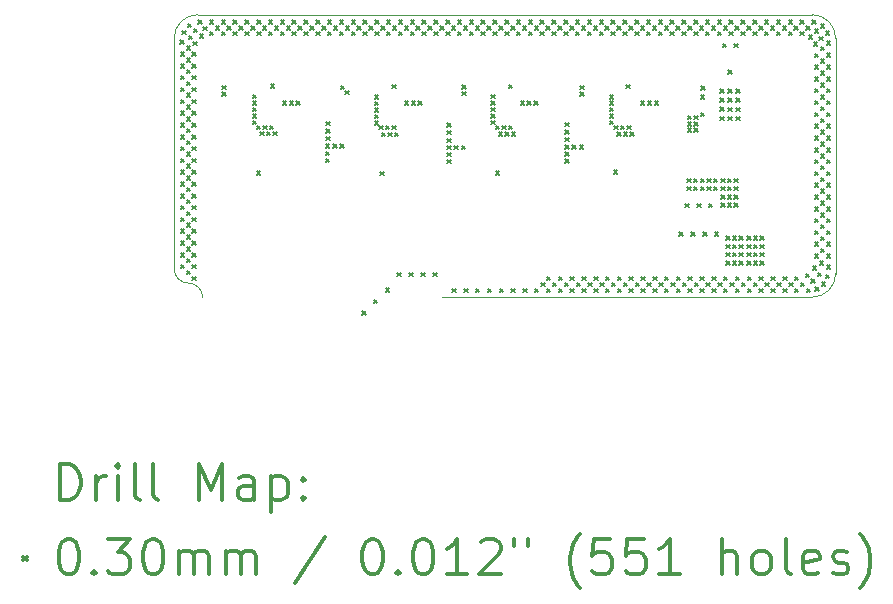
<source format=gbr>
%FSLAX45Y45*%
G04 Gerber Fmt 4.5, Leading zero omitted, Abs format (unit mm)*
G04 Created by KiCad (PCBNEW (5.1.8)-1) date 2021-09-12 16:14:28*
%MOMM*%
%LPD*%
G01*
G04 APERTURE LIST*
%TA.AperFunction,Profile*%
%ADD10C,0.050000*%
%TD*%
%ADD11C,0.200000*%
%ADD12C,0.300000*%
G04 APERTURE END LIST*
D10*
X1119933Y1120067D02*
G75*
G02*
X999867Y1240133I0J120067D01*
G01*
X1119933Y1120067D02*
G75*
G02*
X1240000Y1000000I0J-120067D01*
G01*
X999938Y3194000D02*
G75*
G02*
X1200000Y3394062I200062J0D01*
G01*
X6400000Y3394062D02*
G75*
G02*
X6600062Y3194000I0J-200062D01*
G01*
X6600000Y1200000D02*
G75*
G02*
X6399938Y999938I-200062J0D01*
G01*
X3270000Y1000000D02*
X6399938Y999938D01*
X6600062Y3194000D02*
X6600000Y1200000D01*
X6400000Y3394062D02*
X1200000Y3394062D01*
X999938Y3194000D02*
X999867Y1240133D01*
D11*
X1052000Y3175000D02*
X1082000Y3145000D01*
X1082000Y3175000D02*
X1052000Y3145000D01*
X1054000Y3074000D02*
X1084000Y3044000D01*
X1084000Y3074000D02*
X1054000Y3044000D01*
X1054000Y2974000D02*
X1084000Y2944000D01*
X1084000Y2974000D02*
X1054000Y2944000D01*
X1054000Y2874000D02*
X1084000Y2844000D01*
X1084000Y2874000D02*
X1054000Y2844000D01*
X1054000Y2774000D02*
X1084000Y2744000D01*
X1084000Y2774000D02*
X1054000Y2744000D01*
X1054000Y2674000D02*
X1084000Y2644000D01*
X1084000Y2674000D02*
X1054000Y2644000D01*
X1054000Y2574000D02*
X1084000Y2544000D01*
X1084000Y2574000D02*
X1054000Y2544000D01*
X1054000Y2474000D02*
X1084000Y2444000D01*
X1084000Y2474000D02*
X1054000Y2444000D01*
X1054000Y2374000D02*
X1084000Y2344000D01*
X1084000Y2374000D02*
X1054000Y2344000D01*
X1054000Y2274000D02*
X1084000Y2244000D01*
X1084000Y2274000D02*
X1054000Y2244000D01*
X1054000Y2174000D02*
X1084000Y2144000D01*
X1084000Y2174000D02*
X1054000Y2144000D01*
X1054000Y2074000D02*
X1084000Y2044000D01*
X1084000Y2074000D02*
X1054000Y2044000D01*
X1054000Y1974000D02*
X1084000Y1944000D01*
X1084000Y1974000D02*
X1054000Y1944000D01*
X1054000Y1874000D02*
X1084000Y1844000D01*
X1084000Y1874000D02*
X1054000Y1844000D01*
X1054000Y1774000D02*
X1084000Y1744000D01*
X1084000Y1774000D02*
X1054000Y1744000D01*
X1054000Y1674000D02*
X1084000Y1644000D01*
X1084000Y1674000D02*
X1054000Y1644000D01*
X1054000Y1574000D02*
X1084000Y1544000D01*
X1084000Y1574000D02*
X1054000Y1544000D01*
X1054000Y1474000D02*
X1084000Y1444000D01*
X1084000Y1474000D02*
X1054000Y1444000D01*
X1054000Y1374000D02*
X1084000Y1344000D01*
X1084000Y1374000D02*
X1054000Y1344000D01*
X1054000Y1274000D02*
X1084000Y1244000D01*
X1084000Y1274000D02*
X1054000Y1244000D01*
X1070000Y3255000D02*
X1100000Y3225000D01*
X1100000Y3255000D02*
X1070000Y3225000D01*
X1104000Y3126000D02*
X1134000Y3096000D01*
X1134000Y3126000D02*
X1104000Y3096000D01*
X1104000Y3026000D02*
X1134000Y2996000D01*
X1134000Y3026000D02*
X1104000Y2996000D01*
X1104000Y2926000D02*
X1134000Y2896000D01*
X1134000Y2926000D02*
X1104000Y2896000D01*
X1104000Y2826000D02*
X1134000Y2796000D01*
X1134000Y2826000D02*
X1104000Y2796000D01*
X1104000Y2726000D02*
X1134000Y2696000D01*
X1134000Y2726000D02*
X1104000Y2696000D01*
X1104000Y2626000D02*
X1134000Y2596000D01*
X1134000Y2626000D02*
X1104000Y2596000D01*
X1104000Y2526000D02*
X1134000Y2496000D01*
X1134000Y2526000D02*
X1104000Y2496000D01*
X1104000Y2426000D02*
X1134000Y2396000D01*
X1134000Y2426000D02*
X1104000Y2396000D01*
X1104000Y2326000D02*
X1134000Y2296000D01*
X1134000Y2326000D02*
X1104000Y2296000D01*
X1104000Y2226000D02*
X1134000Y2196000D01*
X1134000Y2226000D02*
X1104000Y2196000D01*
X1104000Y2126000D02*
X1134000Y2096000D01*
X1134000Y2126000D02*
X1104000Y2096000D01*
X1104000Y2026000D02*
X1134000Y1996000D01*
X1134000Y2026000D02*
X1104000Y1996000D01*
X1104000Y1926000D02*
X1134000Y1896000D01*
X1134000Y1926000D02*
X1104000Y1896000D01*
X1104000Y1826000D02*
X1134000Y1796000D01*
X1134000Y1826000D02*
X1104000Y1796000D01*
X1104000Y1726000D02*
X1134000Y1696000D01*
X1134000Y1726000D02*
X1104000Y1696000D01*
X1104000Y1626000D02*
X1134000Y1596000D01*
X1134000Y1626000D02*
X1104000Y1596000D01*
X1104000Y1526000D02*
X1134000Y1496000D01*
X1134000Y1526000D02*
X1104000Y1496000D01*
X1104000Y1426000D02*
X1134000Y1396000D01*
X1134000Y1426000D02*
X1104000Y1396000D01*
X1104000Y1326000D02*
X1134000Y1296000D01*
X1134000Y1326000D02*
X1104000Y1296000D01*
X1104000Y1224000D02*
X1134000Y1194000D01*
X1134000Y1224000D02*
X1104000Y1194000D01*
X1115000Y3317000D02*
X1145000Y3287000D01*
X1145000Y3317000D02*
X1115000Y3287000D01*
X1121000Y3214000D02*
X1151000Y3184000D01*
X1151000Y3214000D02*
X1121000Y3184000D01*
X1154000Y3074000D02*
X1184000Y3044000D01*
X1184000Y3074000D02*
X1154000Y3044000D01*
X1154000Y2974000D02*
X1184000Y2944000D01*
X1184000Y2974000D02*
X1154000Y2944000D01*
X1154000Y2874000D02*
X1184000Y2844000D01*
X1184000Y2874000D02*
X1154000Y2844000D01*
X1154000Y2774000D02*
X1184000Y2744000D01*
X1184000Y2774000D02*
X1154000Y2744000D01*
X1154000Y2674000D02*
X1184000Y2644000D01*
X1184000Y2674000D02*
X1154000Y2644000D01*
X1154000Y2574000D02*
X1184000Y2544000D01*
X1184000Y2574000D02*
X1154000Y2544000D01*
X1154000Y2474000D02*
X1184000Y2444000D01*
X1184000Y2474000D02*
X1154000Y2444000D01*
X1154000Y2374000D02*
X1184000Y2344000D01*
X1184000Y2374000D02*
X1154000Y2344000D01*
X1154000Y2274000D02*
X1184000Y2244000D01*
X1184000Y2274000D02*
X1154000Y2244000D01*
X1154000Y2174000D02*
X1184000Y2144000D01*
X1184000Y2174000D02*
X1154000Y2144000D01*
X1154000Y2074000D02*
X1184000Y2044000D01*
X1184000Y2074000D02*
X1154000Y2044000D01*
X1154000Y1974000D02*
X1184000Y1944000D01*
X1184000Y1974000D02*
X1154000Y1944000D01*
X1154000Y1874000D02*
X1184000Y1844000D01*
X1184000Y1874000D02*
X1154000Y1844000D01*
X1154000Y1774000D02*
X1184000Y1744000D01*
X1184000Y1774000D02*
X1154000Y1744000D01*
X1154000Y1674000D02*
X1184000Y1644000D01*
X1184000Y1674000D02*
X1154000Y1644000D01*
X1154000Y1574000D02*
X1184000Y1544000D01*
X1184000Y1574000D02*
X1154000Y1544000D01*
X1154000Y1474000D02*
X1184000Y1444000D01*
X1184000Y1474000D02*
X1154000Y1444000D01*
X1154000Y1374000D02*
X1184000Y1344000D01*
X1184000Y1374000D02*
X1154000Y1344000D01*
X1154000Y1274000D02*
X1184000Y1244000D01*
X1184000Y1274000D02*
X1154000Y1244000D01*
X1154000Y1174000D02*
X1184000Y1144000D01*
X1184000Y1174000D02*
X1154000Y1144000D01*
X1163000Y3162000D02*
X1193000Y3132000D01*
X1193000Y3162000D02*
X1163000Y3132000D01*
X1165000Y3272000D02*
X1195000Y3242000D01*
X1195000Y3272000D02*
X1165000Y3242000D01*
X1201000Y3347000D02*
X1231000Y3317000D01*
X1231000Y3347000D02*
X1201000Y3317000D01*
X1214000Y3228000D02*
X1244000Y3198000D01*
X1244000Y3228000D02*
X1214000Y3198000D01*
X1244000Y3292000D02*
X1274000Y3262000D01*
X1274000Y3292000D02*
X1244000Y3262000D01*
X1301000Y3347000D02*
X1331000Y3317000D01*
X1331000Y3347000D02*
X1301000Y3317000D01*
X1301000Y3247000D02*
X1331000Y3217000D01*
X1331000Y3247000D02*
X1301000Y3217000D01*
X1351000Y3297000D02*
X1381000Y3267000D01*
X1381000Y3297000D02*
X1351000Y3267000D01*
X1401000Y3347000D02*
X1431000Y3317000D01*
X1431000Y3347000D02*
X1401000Y3317000D01*
X1401000Y3247000D02*
X1431000Y3217000D01*
X1431000Y3247000D02*
X1401000Y3217000D01*
X1406000Y2791000D02*
X1436000Y2761000D01*
X1436000Y2791000D02*
X1406000Y2761000D01*
X1406000Y2734000D02*
X1436000Y2704000D01*
X1436000Y2734000D02*
X1406000Y2704000D01*
X1451000Y3297000D02*
X1481000Y3267000D01*
X1481000Y3297000D02*
X1451000Y3267000D01*
X1501000Y3347000D02*
X1531000Y3317000D01*
X1531000Y3347000D02*
X1501000Y3317000D01*
X1501000Y3247000D02*
X1531000Y3217000D01*
X1531000Y3247000D02*
X1501000Y3217000D01*
X1551000Y3297000D02*
X1581000Y3267000D01*
X1581000Y3297000D02*
X1551000Y3267000D01*
X1601000Y3347000D02*
X1631000Y3317000D01*
X1631000Y3347000D02*
X1601000Y3317000D01*
X1601000Y3247000D02*
X1631000Y3217000D01*
X1631000Y3247000D02*
X1601000Y3217000D01*
X1651000Y3297000D02*
X1681000Y3267000D01*
X1681000Y3297000D02*
X1651000Y3267000D01*
X1663000Y2714000D02*
X1693000Y2684000D01*
X1693000Y2714000D02*
X1663000Y2684000D01*
X1663000Y2659000D02*
X1693000Y2629000D01*
X1693000Y2659000D02*
X1663000Y2629000D01*
X1663000Y2604000D02*
X1693000Y2574000D01*
X1693000Y2604000D02*
X1663000Y2574000D01*
X1663000Y2549000D02*
X1693000Y2519000D01*
X1693000Y2549000D02*
X1663000Y2519000D01*
X1663000Y2494000D02*
X1693000Y2464000D01*
X1693000Y2494000D02*
X1663000Y2464000D01*
X1698000Y2068000D02*
X1728000Y2038000D01*
X1728000Y2068000D02*
X1698000Y2038000D01*
X1699000Y2453000D02*
X1729000Y2423000D01*
X1729000Y2453000D02*
X1699000Y2423000D01*
X1701000Y3347000D02*
X1731000Y3317000D01*
X1731000Y3347000D02*
X1701000Y3317000D01*
X1701000Y3247000D02*
X1731000Y3217000D01*
X1731000Y3247000D02*
X1701000Y3217000D01*
X1727000Y2400000D02*
X1757000Y2370000D01*
X1757000Y2400000D02*
X1727000Y2370000D01*
X1751000Y3297000D02*
X1781000Y3267000D01*
X1781000Y3297000D02*
X1751000Y3267000D01*
X1754000Y2453000D02*
X1784000Y2423000D01*
X1784000Y2453000D02*
X1754000Y2423000D01*
X1782000Y2400000D02*
X1812000Y2370000D01*
X1812000Y2400000D02*
X1782000Y2370000D01*
X1801000Y3347000D02*
X1831000Y3317000D01*
X1831000Y3347000D02*
X1801000Y3317000D01*
X1801000Y3247000D02*
X1831000Y3217000D01*
X1831000Y3247000D02*
X1801000Y3217000D01*
X1809000Y2453000D02*
X1839000Y2423000D01*
X1839000Y2453000D02*
X1809000Y2423000D01*
X1816000Y2805000D02*
X1846000Y2775000D01*
X1846000Y2805000D02*
X1816000Y2775000D01*
X1837000Y2400000D02*
X1867000Y2370000D01*
X1867000Y2400000D02*
X1837000Y2370000D01*
X1851000Y3297000D02*
X1881000Y3267000D01*
X1881000Y3297000D02*
X1851000Y3267000D01*
X1901000Y3347000D02*
X1931000Y3317000D01*
X1931000Y3347000D02*
X1901000Y3317000D01*
X1901000Y3247000D02*
X1931000Y3217000D01*
X1931000Y3247000D02*
X1901000Y3217000D01*
X1920000Y2662000D02*
X1950000Y2632000D01*
X1950000Y2662000D02*
X1920000Y2632000D01*
X1951000Y3297000D02*
X1981000Y3267000D01*
X1981000Y3297000D02*
X1951000Y3267000D01*
X1977000Y2662000D02*
X2007000Y2632000D01*
X2007000Y2662000D02*
X1977000Y2632000D01*
X2001000Y3347000D02*
X2031000Y3317000D01*
X2031000Y3347000D02*
X2001000Y3317000D01*
X2001000Y3247000D02*
X2031000Y3217000D01*
X2031000Y3247000D02*
X2001000Y3217000D01*
X2034000Y2662000D02*
X2064000Y2632000D01*
X2064000Y2662000D02*
X2034000Y2632000D01*
X2051000Y3297000D02*
X2081000Y3267000D01*
X2081000Y3297000D02*
X2051000Y3267000D01*
X2101000Y3347000D02*
X2131000Y3317000D01*
X2131000Y3347000D02*
X2101000Y3317000D01*
X2101000Y3247000D02*
X2131000Y3217000D01*
X2131000Y3247000D02*
X2101000Y3217000D01*
X2151000Y3297000D02*
X2181000Y3267000D01*
X2181000Y3297000D02*
X2151000Y3267000D01*
X2201000Y3347000D02*
X2231000Y3317000D01*
X2231000Y3347000D02*
X2201000Y3317000D01*
X2201000Y3247000D02*
X2231000Y3217000D01*
X2231000Y3247000D02*
X2201000Y3217000D01*
X2251000Y3297000D02*
X2281000Y3267000D01*
X2281000Y3297000D02*
X2251000Y3267000D01*
X2284000Y2294000D02*
X2314000Y2264000D01*
X2314000Y2294000D02*
X2284000Y2264000D01*
X2284000Y2234000D02*
X2314000Y2204000D01*
X2314000Y2234000D02*
X2284000Y2204000D01*
X2284000Y2174000D02*
X2314000Y2144000D01*
X2314000Y2174000D02*
X2284000Y2144000D01*
X2285000Y2488000D02*
X2315000Y2458000D01*
X2315000Y2488000D02*
X2285000Y2458000D01*
X2285000Y2488000D02*
X2315000Y2458000D01*
X2315000Y2488000D02*
X2285000Y2458000D01*
X2285000Y2424000D02*
X2315000Y2394000D01*
X2315000Y2424000D02*
X2285000Y2394000D01*
X2285000Y2424000D02*
X2315000Y2394000D01*
X2315000Y2424000D02*
X2285000Y2394000D01*
X2285000Y2359000D02*
X2315000Y2329000D01*
X2315000Y2359000D02*
X2285000Y2329000D01*
X2285000Y2359000D02*
X2315000Y2329000D01*
X2315000Y2359000D02*
X2285000Y2329000D01*
X2301000Y3347000D02*
X2331000Y3317000D01*
X2331000Y3347000D02*
X2301000Y3317000D01*
X2301000Y3247000D02*
X2331000Y3217000D01*
X2331000Y3247000D02*
X2301000Y3217000D01*
X2344000Y2294000D02*
X2374000Y2264000D01*
X2374000Y2294000D02*
X2344000Y2264000D01*
X2351000Y3297000D02*
X2381000Y3267000D01*
X2381000Y3297000D02*
X2351000Y3267000D01*
X2401000Y3347000D02*
X2431000Y3317000D01*
X2431000Y3347000D02*
X2401000Y3317000D01*
X2401000Y3247000D02*
X2431000Y3217000D01*
X2431000Y3247000D02*
X2401000Y3217000D01*
X2405000Y2294000D02*
X2435000Y2264000D01*
X2435000Y2294000D02*
X2405000Y2264000D01*
X2408500Y2790500D02*
X2438500Y2760500D01*
X2438500Y2790500D02*
X2408500Y2760500D01*
X2448500Y2750500D02*
X2478500Y2720500D01*
X2478500Y2750500D02*
X2448500Y2720500D01*
X2451000Y3297000D02*
X2481000Y3267000D01*
X2481000Y3297000D02*
X2451000Y3267000D01*
X2501000Y3347000D02*
X2531000Y3317000D01*
X2531000Y3347000D02*
X2501000Y3317000D01*
X2501000Y3247000D02*
X2531000Y3217000D01*
X2531000Y3247000D02*
X2501000Y3217000D01*
X2551000Y3297000D02*
X2581000Y3267000D01*
X2581000Y3297000D02*
X2551000Y3267000D01*
X2590000Y884000D02*
X2620000Y854000D01*
X2620000Y884000D02*
X2590000Y854000D01*
X2601000Y3347000D02*
X2631000Y3317000D01*
X2631000Y3347000D02*
X2601000Y3317000D01*
X2601000Y3247000D02*
X2631000Y3217000D01*
X2631000Y3247000D02*
X2601000Y3217000D01*
X2651000Y3297000D02*
X2681000Y3267000D01*
X2681000Y3297000D02*
X2651000Y3267000D01*
X2690000Y978000D02*
X2720000Y948000D01*
X2720000Y978000D02*
X2690000Y948000D01*
X2698000Y2712000D02*
X2728000Y2682000D01*
X2728000Y2712000D02*
X2698000Y2682000D01*
X2698000Y2657000D02*
X2728000Y2627000D01*
X2728000Y2657000D02*
X2698000Y2627000D01*
X2698000Y2602000D02*
X2728000Y2572000D01*
X2728000Y2602000D02*
X2698000Y2572000D01*
X2698000Y2492000D02*
X2728000Y2462000D01*
X2728000Y2492000D02*
X2698000Y2462000D01*
X2698000Y2547000D02*
X2728000Y2517000D01*
X2728000Y2547000D02*
X2698000Y2517000D01*
X2701000Y3347000D02*
X2731000Y3317000D01*
X2731000Y3347000D02*
X2701000Y3317000D01*
X2701000Y3247000D02*
X2731000Y3217000D01*
X2731000Y3247000D02*
X2701000Y3217000D01*
X2734000Y2451000D02*
X2764000Y2421000D01*
X2764000Y2451000D02*
X2734000Y2421000D01*
X2743000Y2062000D02*
X2773000Y2032000D01*
X2773000Y2062000D02*
X2743000Y2032000D01*
X2751000Y3297000D02*
X2781000Y3267000D01*
X2781000Y3297000D02*
X2751000Y3267000D01*
X2758000Y2395000D02*
X2788000Y2365000D01*
X2788000Y2395000D02*
X2758000Y2365000D01*
X2789000Y2451000D02*
X2819000Y2421000D01*
X2819000Y2451000D02*
X2789000Y2421000D01*
X2789333Y1076000D02*
X2819333Y1046000D01*
X2819333Y1076000D02*
X2789333Y1046000D01*
X2801000Y3347000D02*
X2831000Y3317000D01*
X2831000Y3347000D02*
X2801000Y3317000D01*
X2801000Y3247000D02*
X2831000Y3217000D01*
X2831000Y3247000D02*
X2801000Y3217000D01*
X2813000Y2395000D02*
X2843000Y2365000D01*
X2843000Y2395000D02*
X2813000Y2365000D01*
X2844000Y2451000D02*
X2874000Y2421000D01*
X2874000Y2451000D02*
X2844000Y2421000D01*
X2846000Y2800000D02*
X2876000Y2770000D01*
X2876000Y2800000D02*
X2846000Y2770000D01*
X2851000Y3297000D02*
X2881000Y3267000D01*
X2881000Y3297000D02*
X2851000Y3267000D01*
X2868000Y2395000D02*
X2898000Y2365000D01*
X2898000Y2395000D02*
X2868000Y2365000D01*
X2889500Y1209500D02*
X2919500Y1179500D01*
X2919500Y1209500D02*
X2889500Y1179500D01*
X2901000Y3347000D02*
X2931000Y3317000D01*
X2931000Y3347000D02*
X2901000Y3317000D01*
X2901000Y3247000D02*
X2931000Y3217000D01*
X2931000Y3247000D02*
X2901000Y3217000D01*
X2951000Y3297000D02*
X2981000Y3267000D01*
X2981000Y3297000D02*
X2951000Y3267000D01*
X2952000Y2660000D02*
X2982000Y2630000D01*
X2982000Y2660000D02*
X2952000Y2630000D01*
X2989666Y1209500D02*
X3019666Y1179500D01*
X3019666Y1209500D02*
X2989666Y1179500D01*
X3001000Y3347000D02*
X3031000Y3317000D01*
X3031000Y3347000D02*
X3001000Y3317000D01*
X3001000Y3247000D02*
X3031000Y3217000D01*
X3031000Y3247000D02*
X3001000Y3217000D01*
X3009000Y2660000D02*
X3039000Y2630000D01*
X3039000Y2660000D02*
X3009000Y2630000D01*
X3051000Y3297000D02*
X3081000Y3267000D01*
X3081000Y3297000D02*
X3051000Y3267000D01*
X3066000Y2660000D02*
X3096000Y2630000D01*
X3096000Y2660000D02*
X3066000Y2630000D01*
X3089833Y1209500D02*
X3119833Y1179500D01*
X3119833Y1209500D02*
X3089833Y1179500D01*
X3101000Y3347000D02*
X3131000Y3317000D01*
X3131000Y3347000D02*
X3101000Y3317000D01*
X3101000Y3247000D02*
X3131000Y3217000D01*
X3131000Y3247000D02*
X3101000Y3217000D01*
X3151000Y3297000D02*
X3181000Y3267000D01*
X3181000Y3297000D02*
X3151000Y3267000D01*
X3191000Y1209500D02*
X3221000Y1179500D01*
X3221000Y1209500D02*
X3191000Y1179500D01*
X3201000Y3347000D02*
X3231000Y3317000D01*
X3231000Y3347000D02*
X3201000Y3317000D01*
X3201000Y3247000D02*
X3231000Y3217000D01*
X3231000Y3247000D02*
X3201000Y3217000D01*
X3251000Y3297000D02*
X3281000Y3267000D01*
X3281000Y3297000D02*
X3251000Y3267000D01*
X3301000Y3347000D02*
X3331000Y3317000D01*
X3331000Y3347000D02*
X3301000Y3317000D01*
X3301000Y3247000D02*
X3331000Y3217000D01*
X3331000Y3247000D02*
X3301000Y3217000D01*
X3311000Y2473000D02*
X3341000Y2443000D01*
X3341000Y2473000D02*
X3311000Y2443000D01*
X3311000Y2409000D02*
X3341000Y2379000D01*
X3341000Y2409000D02*
X3311000Y2379000D01*
X3311000Y2344000D02*
X3341000Y2314000D01*
X3341000Y2344000D02*
X3311000Y2314000D01*
X3312000Y2285000D02*
X3342000Y2255000D01*
X3342000Y2285000D02*
X3312000Y2255000D01*
X3312000Y2225000D02*
X3342000Y2195000D01*
X3342000Y2225000D02*
X3312000Y2195000D01*
X3312000Y2165000D02*
X3342000Y2135000D01*
X3342000Y2165000D02*
X3312000Y2135000D01*
X3351000Y3297000D02*
X3381000Y3267000D01*
X3381000Y3297000D02*
X3351000Y3267000D01*
X3354000Y1074000D02*
X3384000Y1044000D01*
X3384000Y1074000D02*
X3354000Y1044000D01*
X3372000Y2285000D02*
X3402000Y2255000D01*
X3402000Y2285000D02*
X3372000Y2255000D01*
X3401000Y3347000D02*
X3431000Y3317000D01*
X3431000Y3347000D02*
X3401000Y3317000D01*
X3401000Y3247000D02*
X3431000Y3217000D01*
X3431000Y3247000D02*
X3401000Y3217000D01*
X3433000Y2285000D02*
X3463000Y2255000D01*
X3463000Y2285000D02*
X3433000Y2255000D01*
X3439000Y2742000D02*
X3469000Y2712000D01*
X3469000Y2742000D02*
X3439000Y2712000D01*
X3439000Y2795000D02*
X3469000Y2765000D01*
X3469000Y2795000D02*
X3439000Y2765000D01*
X3451000Y3297000D02*
X3481000Y3267000D01*
X3481000Y3297000D02*
X3451000Y3267000D01*
X3454000Y1074000D02*
X3484000Y1044000D01*
X3484000Y1074000D02*
X3454000Y1044000D01*
X3501000Y3347000D02*
X3531000Y3317000D01*
X3531000Y3347000D02*
X3501000Y3317000D01*
X3501000Y3247000D02*
X3531000Y3217000D01*
X3531000Y3247000D02*
X3501000Y3217000D01*
X3551000Y3297000D02*
X3581000Y3267000D01*
X3581000Y3297000D02*
X3551000Y3267000D01*
X3554000Y1074000D02*
X3584000Y1044000D01*
X3584000Y1074000D02*
X3554000Y1044000D01*
X3601000Y3347000D02*
X3631000Y3317000D01*
X3631000Y3347000D02*
X3601000Y3317000D01*
X3601000Y3247000D02*
X3631000Y3217000D01*
X3631000Y3247000D02*
X3601000Y3217000D01*
X3651000Y3297000D02*
X3681000Y3267000D01*
X3681000Y3297000D02*
X3651000Y3267000D01*
X3654000Y1074000D02*
X3684000Y1044000D01*
X3684000Y1074000D02*
X3654000Y1044000D01*
X3686000Y2714000D02*
X3716000Y2684000D01*
X3716000Y2714000D02*
X3686000Y2684000D01*
X3686000Y2659000D02*
X3716000Y2629000D01*
X3716000Y2659000D02*
X3686000Y2629000D01*
X3686000Y2549000D02*
X3716000Y2519000D01*
X3716000Y2549000D02*
X3686000Y2519000D01*
X3686000Y2494000D02*
X3716000Y2464000D01*
X3716000Y2494000D02*
X3686000Y2464000D01*
X3686000Y2604000D02*
X3716000Y2574000D01*
X3716000Y2604000D02*
X3686000Y2574000D01*
X3701000Y3347000D02*
X3731000Y3317000D01*
X3731000Y3347000D02*
X3701000Y3317000D01*
X3701000Y3247000D02*
X3731000Y3217000D01*
X3731000Y3247000D02*
X3701000Y3217000D01*
X3722000Y2453000D02*
X3752000Y2423000D01*
X3752000Y2453000D02*
X3722000Y2423000D01*
X3723000Y2068000D02*
X3753000Y2038000D01*
X3753000Y2068000D02*
X3723000Y2038000D01*
X3748000Y2399000D02*
X3778000Y2369000D01*
X3778000Y2399000D02*
X3748000Y2369000D01*
X3751000Y3297000D02*
X3781000Y3267000D01*
X3781000Y3297000D02*
X3751000Y3267000D01*
X3754000Y1074000D02*
X3784000Y1044000D01*
X3784000Y1074000D02*
X3754000Y1044000D01*
X3777000Y2453000D02*
X3807000Y2423000D01*
X3807000Y2453000D02*
X3777000Y2423000D01*
X3801000Y3347000D02*
X3831000Y3317000D01*
X3831000Y3347000D02*
X3801000Y3317000D01*
X3801000Y3247000D02*
X3831000Y3217000D01*
X3831000Y3247000D02*
X3801000Y3217000D01*
X3803000Y2399000D02*
X3833000Y2369000D01*
X3833000Y2399000D02*
X3803000Y2369000D01*
X3831000Y2801000D02*
X3861000Y2771000D01*
X3861000Y2801000D02*
X3831000Y2771000D01*
X3832000Y2453000D02*
X3862000Y2423000D01*
X3862000Y2453000D02*
X3832000Y2423000D01*
X3851000Y3297000D02*
X3881000Y3267000D01*
X3881000Y3297000D02*
X3851000Y3267000D01*
X3854000Y1074000D02*
X3884000Y1044000D01*
X3884000Y1074000D02*
X3854000Y1044000D01*
X3858000Y2399000D02*
X3888000Y2369000D01*
X3888000Y2399000D02*
X3858000Y2369000D01*
X3901000Y3347000D02*
X3931000Y3317000D01*
X3931000Y3347000D02*
X3901000Y3317000D01*
X3901000Y3247000D02*
X3931000Y3217000D01*
X3931000Y3247000D02*
X3901000Y3217000D01*
X3934000Y2658000D02*
X3964000Y2628000D01*
X3964000Y2658000D02*
X3934000Y2628000D01*
X3951000Y3297000D02*
X3981000Y3267000D01*
X3981000Y3297000D02*
X3951000Y3267000D01*
X3954000Y1074000D02*
X3984000Y1044000D01*
X3984000Y1074000D02*
X3954000Y1044000D01*
X3991000Y2658000D02*
X4021000Y2628000D01*
X4021000Y2658000D02*
X3991000Y2628000D01*
X4001000Y3347000D02*
X4031000Y3317000D01*
X4031000Y3347000D02*
X4001000Y3317000D01*
X4001000Y3247000D02*
X4031000Y3217000D01*
X4031000Y3247000D02*
X4001000Y3217000D01*
X4048000Y2658000D02*
X4078000Y2628000D01*
X4078000Y2658000D02*
X4048000Y2628000D01*
X4051000Y3297000D02*
X4081000Y3267000D01*
X4081000Y3297000D02*
X4051000Y3267000D01*
X4054000Y1074000D02*
X4084000Y1044000D01*
X4084000Y1074000D02*
X4054000Y1044000D01*
X4101000Y3347000D02*
X4131000Y3317000D01*
X4131000Y3347000D02*
X4101000Y3317000D01*
X4101000Y3247000D02*
X4131000Y3217000D01*
X4131000Y3247000D02*
X4101000Y3217000D01*
X4106000Y1123000D02*
X4136000Y1093000D01*
X4136000Y1123000D02*
X4106000Y1093000D01*
X4151000Y3297000D02*
X4181000Y3267000D01*
X4181000Y3297000D02*
X4151000Y3267000D01*
X4154000Y1174000D02*
X4184000Y1144000D01*
X4184000Y1174000D02*
X4154000Y1144000D01*
X4154000Y1074000D02*
X4184000Y1044000D01*
X4184000Y1074000D02*
X4154000Y1044000D01*
X4201000Y3347000D02*
X4231000Y3317000D01*
X4231000Y3347000D02*
X4201000Y3317000D01*
X4201000Y3247000D02*
X4231000Y3217000D01*
X4231000Y3247000D02*
X4201000Y3217000D01*
X4206000Y1123000D02*
X4236000Y1093000D01*
X4236000Y1123000D02*
X4206000Y1093000D01*
X4251000Y3297000D02*
X4281000Y3267000D01*
X4281000Y3297000D02*
X4251000Y3267000D01*
X4254000Y1174000D02*
X4284000Y1144000D01*
X4284000Y1174000D02*
X4254000Y1144000D01*
X4254000Y1074000D02*
X4284000Y1044000D01*
X4284000Y1074000D02*
X4254000Y1044000D01*
X4301000Y3347000D02*
X4331000Y3317000D01*
X4331000Y3347000D02*
X4301000Y3317000D01*
X4301000Y3247000D02*
X4331000Y3217000D01*
X4331000Y3247000D02*
X4301000Y3217000D01*
X4306000Y1123000D02*
X4336000Y1093000D01*
X4336000Y1123000D02*
X4306000Y1093000D01*
X4311000Y2478000D02*
X4341000Y2448000D01*
X4341000Y2478000D02*
X4311000Y2448000D01*
X4311000Y2414000D02*
X4341000Y2384000D01*
X4341000Y2414000D02*
X4311000Y2384000D01*
X4311000Y2349000D02*
X4341000Y2319000D01*
X4341000Y2349000D02*
X4311000Y2319000D01*
X4311000Y2288000D02*
X4341000Y2258000D01*
X4341000Y2288000D02*
X4311000Y2258000D01*
X4311000Y2228000D02*
X4341000Y2198000D01*
X4341000Y2228000D02*
X4311000Y2198000D01*
X4311000Y2168000D02*
X4341000Y2138000D01*
X4341000Y2168000D02*
X4311000Y2138000D01*
X4351000Y3297000D02*
X4381000Y3267000D01*
X4381000Y3297000D02*
X4351000Y3267000D01*
X4354000Y1174000D02*
X4384000Y1144000D01*
X4384000Y1174000D02*
X4354000Y1144000D01*
X4354000Y1074000D02*
X4384000Y1044000D01*
X4384000Y1074000D02*
X4354000Y1044000D01*
X4371000Y2288000D02*
X4401000Y2258000D01*
X4401000Y2288000D02*
X4371000Y2258000D01*
X4401000Y3347000D02*
X4431000Y3317000D01*
X4431000Y3347000D02*
X4401000Y3317000D01*
X4401000Y3247000D02*
X4431000Y3217000D01*
X4431000Y3247000D02*
X4401000Y3217000D01*
X4406000Y1123000D02*
X4436000Y1093000D01*
X4436000Y1123000D02*
X4406000Y1093000D01*
X4432000Y2288000D02*
X4462000Y2258000D01*
X4462000Y2288000D02*
X4432000Y2258000D01*
X4436000Y2790000D02*
X4466000Y2760000D01*
X4466000Y2790000D02*
X4436000Y2760000D01*
X4436000Y2738000D02*
X4466000Y2708000D01*
X4466000Y2738000D02*
X4436000Y2708000D01*
X4451000Y3297000D02*
X4481000Y3267000D01*
X4481000Y3297000D02*
X4451000Y3267000D01*
X4454000Y1174000D02*
X4484000Y1144000D01*
X4484000Y1174000D02*
X4454000Y1144000D01*
X4454000Y1074000D02*
X4484000Y1044000D01*
X4484000Y1074000D02*
X4454000Y1044000D01*
X4501000Y3347000D02*
X4531000Y3317000D01*
X4531000Y3347000D02*
X4501000Y3317000D01*
X4501000Y3247000D02*
X4531000Y3217000D01*
X4531000Y3247000D02*
X4501000Y3217000D01*
X4506000Y1123000D02*
X4536000Y1093000D01*
X4536000Y1123000D02*
X4506000Y1093000D01*
X4551000Y3297000D02*
X4581000Y3267000D01*
X4581000Y3297000D02*
X4551000Y3267000D01*
X4554000Y1174000D02*
X4584000Y1144000D01*
X4584000Y1174000D02*
X4554000Y1144000D01*
X4554000Y1074000D02*
X4584000Y1044000D01*
X4584000Y1074000D02*
X4554000Y1044000D01*
X4601000Y3347000D02*
X4631000Y3317000D01*
X4631000Y3347000D02*
X4601000Y3317000D01*
X4601000Y3247000D02*
X4631000Y3217000D01*
X4631000Y3247000D02*
X4601000Y3217000D01*
X4606000Y1123000D02*
X4636000Y1093000D01*
X4636000Y1123000D02*
X4606000Y1093000D01*
X4651000Y3297000D02*
X4681000Y3267000D01*
X4681000Y3297000D02*
X4651000Y3267000D01*
X4654000Y1174000D02*
X4684000Y1144000D01*
X4684000Y1174000D02*
X4654000Y1144000D01*
X4654000Y1074000D02*
X4684000Y1044000D01*
X4684000Y1074000D02*
X4654000Y1044000D01*
X4689000Y2713000D02*
X4719000Y2683000D01*
X4719000Y2713000D02*
X4689000Y2683000D01*
X4689000Y2658000D02*
X4719000Y2628000D01*
X4719000Y2658000D02*
X4689000Y2628000D01*
X4689000Y2493000D02*
X4719000Y2463000D01*
X4719000Y2493000D02*
X4689000Y2463000D01*
X4689000Y2603000D02*
X4719000Y2573000D01*
X4719000Y2603000D02*
X4689000Y2573000D01*
X4689000Y2548000D02*
X4719000Y2518000D01*
X4719000Y2548000D02*
X4689000Y2518000D01*
X4701000Y3347000D02*
X4731000Y3317000D01*
X4731000Y3347000D02*
X4701000Y3317000D01*
X4701000Y3247000D02*
X4731000Y3217000D01*
X4731000Y3247000D02*
X4701000Y3217000D01*
X4706000Y1123000D02*
X4736000Y1093000D01*
X4736000Y1123000D02*
X4706000Y1093000D01*
X4723000Y2074000D02*
X4753000Y2044000D01*
X4753000Y2074000D02*
X4723000Y2044000D01*
X4725000Y2452000D02*
X4755000Y2422000D01*
X4755000Y2452000D02*
X4725000Y2422000D01*
X4750000Y2398000D02*
X4780000Y2368000D01*
X4780000Y2398000D02*
X4750000Y2368000D01*
X4751000Y3297000D02*
X4781000Y3267000D01*
X4781000Y3297000D02*
X4751000Y3267000D01*
X4754000Y1174000D02*
X4784000Y1144000D01*
X4784000Y1174000D02*
X4754000Y1144000D01*
X4754000Y1074000D02*
X4784000Y1044000D01*
X4784000Y1074000D02*
X4754000Y1044000D01*
X4780000Y2452000D02*
X4810000Y2422000D01*
X4810000Y2452000D02*
X4780000Y2422000D01*
X4801000Y3347000D02*
X4831000Y3317000D01*
X4831000Y3347000D02*
X4801000Y3317000D01*
X4801000Y3247000D02*
X4831000Y3217000D01*
X4831000Y3247000D02*
X4801000Y3217000D01*
X4805000Y2398000D02*
X4835000Y2368000D01*
X4835000Y2398000D02*
X4805000Y2368000D01*
X4806000Y1123000D02*
X4836000Y1093000D01*
X4836000Y1123000D02*
X4806000Y1093000D01*
X4826000Y2801000D02*
X4856000Y2771000D01*
X4856000Y2801000D02*
X4826000Y2771000D01*
X4835000Y2452000D02*
X4865000Y2422000D01*
X4865000Y2452000D02*
X4835000Y2422000D01*
X4851000Y3297000D02*
X4881000Y3267000D01*
X4881000Y3297000D02*
X4851000Y3267000D01*
X4854000Y1174000D02*
X4884000Y1144000D01*
X4884000Y1174000D02*
X4854000Y1144000D01*
X4854000Y1074000D02*
X4884000Y1044000D01*
X4884000Y1074000D02*
X4854000Y1044000D01*
X4860000Y2398000D02*
X4890000Y2368000D01*
X4890000Y2398000D02*
X4860000Y2368000D01*
X4901000Y3347000D02*
X4931000Y3317000D01*
X4931000Y3347000D02*
X4901000Y3317000D01*
X4901000Y3247000D02*
X4931000Y3217000D01*
X4931000Y3247000D02*
X4901000Y3217000D01*
X4906000Y1123000D02*
X4936000Y1093000D01*
X4936000Y1123000D02*
X4906000Y1093000D01*
X4951000Y3297000D02*
X4981000Y3267000D01*
X4981000Y3297000D02*
X4951000Y3267000D01*
X4951000Y2658000D02*
X4981000Y2628000D01*
X4981000Y2658000D02*
X4951000Y2628000D01*
X4954000Y1174000D02*
X4984000Y1144000D01*
X4984000Y1174000D02*
X4954000Y1144000D01*
X4954000Y1074000D02*
X4984000Y1044000D01*
X4984000Y1074000D02*
X4954000Y1044000D01*
X5001000Y3347000D02*
X5031000Y3317000D01*
X5031000Y3347000D02*
X5001000Y3317000D01*
X5001000Y3247000D02*
X5031000Y3217000D01*
X5031000Y3247000D02*
X5001000Y3217000D01*
X5006000Y1123000D02*
X5036000Y1093000D01*
X5036000Y1123000D02*
X5006000Y1093000D01*
X5009000Y2658000D02*
X5039000Y2628000D01*
X5039000Y2658000D02*
X5009000Y2628000D01*
X5051000Y3297000D02*
X5081000Y3267000D01*
X5081000Y3297000D02*
X5051000Y3267000D01*
X5054000Y1174000D02*
X5084000Y1144000D01*
X5084000Y1174000D02*
X5054000Y1144000D01*
X5054000Y1074000D02*
X5084000Y1044000D01*
X5084000Y1074000D02*
X5054000Y1044000D01*
X5067000Y2658000D02*
X5097000Y2628000D01*
X5097000Y2658000D02*
X5067000Y2628000D01*
X5101000Y3347000D02*
X5131000Y3317000D01*
X5131000Y3347000D02*
X5101000Y3317000D01*
X5101000Y3247000D02*
X5131000Y3217000D01*
X5131000Y3247000D02*
X5101000Y3217000D01*
X5106000Y1123000D02*
X5136000Y1093000D01*
X5136000Y1123000D02*
X5106000Y1093000D01*
X5151000Y3297000D02*
X5181000Y3267000D01*
X5181000Y3297000D02*
X5151000Y3267000D01*
X5154000Y1174000D02*
X5184000Y1144000D01*
X5184000Y1174000D02*
X5154000Y1144000D01*
X5154000Y1074000D02*
X5184000Y1044000D01*
X5184000Y1074000D02*
X5154000Y1044000D01*
X5201000Y3347000D02*
X5231000Y3317000D01*
X5231000Y3347000D02*
X5201000Y3317000D01*
X5201000Y3247000D02*
X5231000Y3217000D01*
X5231000Y3247000D02*
X5201000Y3217000D01*
X5206000Y1123000D02*
X5236000Y1093000D01*
X5236000Y1123000D02*
X5206000Y1093000D01*
X5251000Y3297000D02*
X5281000Y3267000D01*
X5281000Y3297000D02*
X5251000Y3267000D01*
X5254000Y1174000D02*
X5284000Y1144000D01*
X5284000Y1174000D02*
X5254000Y1144000D01*
X5254000Y1074000D02*
X5284000Y1044000D01*
X5284000Y1074000D02*
X5254000Y1044000D01*
X5277500Y1550000D02*
X5307500Y1520000D01*
X5307500Y1550000D02*
X5277500Y1520000D01*
X5301000Y3347000D02*
X5331000Y3317000D01*
X5331000Y3347000D02*
X5301000Y3317000D01*
X5301000Y3247000D02*
X5331000Y3217000D01*
X5331000Y3247000D02*
X5301000Y3217000D01*
X5306000Y1123000D02*
X5336000Y1093000D01*
X5336000Y1123000D02*
X5306000Y1093000D01*
X5327000Y1793500D02*
X5357000Y1763500D01*
X5357000Y1793500D02*
X5327000Y1763500D01*
X5343000Y2004500D02*
X5373000Y1974500D01*
X5373000Y2004500D02*
X5343000Y1974500D01*
X5344000Y1934500D02*
X5374000Y1904500D01*
X5374000Y1934500D02*
X5344000Y1904500D01*
X5347000Y2537000D02*
X5377000Y2507000D01*
X5377000Y2537000D02*
X5347000Y2507000D01*
X5347000Y2484000D02*
X5377000Y2454000D01*
X5377000Y2484000D02*
X5347000Y2454000D01*
X5347000Y2430000D02*
X5377000Y2400000D01*
X5377000Y2430000D02*
X5347000Y2400000D01*
X5351000Y3297000D02*
X5381000Y3267000D01*
X5381000Y3297000D02*
X5351000Y3267000D01*
X5354000Y1174000D02*
X5384000Y1144000D01*
X5384000Y1174000D02*
X5354000Y1144000D01*
X5354000Y1074000D02*
X5384000Y1044000D01*
X5384000Y1074000D02*
X5354000Y1044000D01*
X5377000Y1549500D02*
X5407000Y1519500D01*
X5407000Y1549500D02*
X5377000Y1519500D01*
X5398000Y2004500D02*
X5428000Y1974500D01*
X5428000Y2004500D02*
X5398000Y1974500D01*
X5399000Y1934500D02*
X5429000Y1904500D01*
X5429000Y1934500D02*
X5399000Y1904500D01*
X5401000Y3347000D02*
X5431000Y3317000D01*
X5431000Y3347000D02*
X5401000Y3317000D01*
X5401000Y3247000D02*
X5431000Y3217000D01*
X5431000Y3247000D02*
X5401000Y3217000D01*
X5403000Y2537000D02*
X5433000Y2507000D01*
X5433000Y2537000D02*
X5403000Y2507000D01*
X5403000Y2483500D02*
X5433000Y2453500D01*
X5433000Y2483500D02*
X5403000Y2453500D01*
X5403000Y2430000D02*
X5433000Y2400000D01*
X5433000Y2430000D02*
X5403000Y2400000D01*
X5406000Y1123000D02*
X5436000Y1093000D01*
X5436000Y1123000D02*
X5406000Y1093000D01*
X5427000Y1793500D02*
X5457000Y1763500D01*
X5457000Y1793500D02*
X5427000Y1763500D01*
X5451000Y3297000D02*
X5481000Y3267000D01*
X5481000Y3297000D02*
X5451000Y3267000D01*
X5454000Y1174000D02*
X5484000Y1144000D01*
X5484000Y1174000D02*
X5454000Y1144000D01*
X5454000Y1074000D02*
X5484000Y1044000D01*
X5484000Y1074000D02*
X5454000Y1044000D01*
X5458000Y2561000D02*
X5488000Y2531000D01*
X5488000Y2561000D02*
X5458000Y2531000D01*
X5458000Y2004500D02*
X5488000Y1974500D01*
X5488000Y2004500D02*
X5458000Y1974500D01*
X5459000Y2709000D02*
X5489000Y2679000D01*
X5489000Y2709000D02*
X5459000Y2679000D01*
X5459000Y1934500D02*
X5489000Y1904500D01*
X5489000Y1934500D02*
X5459000Y1904500D01*
X5460000Y2785000D02*
X5490000Y2755000D01*
X5490000Y2785000D02*
X5460000Y2755000D01*
X5477000Y1549500D02*
X5507000Y1519500D01*
X5507000Y1549500D02*
X5477000Y1519500D01*
X5501000Y3347000D02*
X5531000Y3317000D01*
X5531000Y3347000D02*
X5501000Y3317000D01*
X5501000Y3247000D02*
X5531000Y3217000D01*
X5531000Y3247000D02*
X5501000Y3217000D01*
X5506000Y1123000D02*
X5536000Y1093000D01*
X5536000Y1123000D02*
X5506000Y1093000D01*
X5513000Y2004500D02*
X5543000Y1974500D01*
X5543000Y2004500D02*
X5513000Y1974500D01*
X5514000Y1934500D02*
X5544000Y1904500D01*
X5544000Y1934500D02*
X5514000Y1904500D01*
X5527000Y1793500D02*
X5557000Y1763500D01*
X5557000Y1793500D02*
X5527000Y1763500D01*
X5551000Y3297000D02*
X5581000Y3267000D01*
X5581000Y3297000D02*
X5551000Y3267000D01*
X5554000Y1174000D02*
X5584000Y1144000D01*
X5584000Y1174000D02*
X5554000Y1144000D01*
X5554000Y1074000D02*
X5584000Y1044000D01*
X5584000Y1074000D02*
X5554000Y1044000D01*
X5568000Y2004500D02*
X5598000Y1974500D01*
X5598000Y2004500D02*
X5568000Y1974500D01*
X5569000Y1934500D02*
X5599000Y1904500D01*
X5599000Y1934500D02*
X5569000Y1904500D01*
X5577000Y1549500D02*
X5607000Y1519500D01*
X5607000Y1549500D02*
X5577000Y1519500D01*
X5601000Y3347000D02*
X5631000Y3317000D01*
X5631000Y3347000D02*
X5601000Y3317000D01*
X5601000Y3247000D02*
X5631000Y3217000D01*
X5631000Y3247000D02*
X5601000Y3217000D01*
X5606000Y1123000D02*
X5636000Y1093000D01*
X5636000Y1123000D02*
X5606000Y1093000D01*
X5624000Y2530000D02*
X5654000Y2500000D01*
X5654000Y2530000D02*
X5624000Y2500000D01*
X5624000Y2763000D02*
X5654000Y2733000D01*
X5654000Y2763000D02*
X5624000Y2733000D01*
X5624000Y2607667D02*
X5654000Y2577667D01*
X5654000Y2607667D02*
X5624000Y2577667D01*
X5625000Y2685333D02*
X5655000Y2655333D01*
X5655000Y2685333D02*
X5625000Y2655333D01*
X5632000Y2004500D02*
X5662000Y1974500D01*
X5662000Y2004500D02*
X5632000Y1974500D01*
X5632000Y1865500D02*
X5662000Y1835500D01*
X5662000Y1865500D02*
X5632000Y1835500D01*
X5633000Y1934500D02*
X5663000Y1904500D01*
X5663000Y1934500D02*
X5633000Y1904500D01*
X5633000Y1795500D02*
X5663000Y1765500D01*
X5663000Y1795500D02*
X5633000Y1765500D01*
X5645000Y3145000D02*
X5675000Y3115000D01*
X5675000Y3145000D02*
X5645000Y3115000D01*
X5651000Y3297000D02*
X5681000Y3267000D01*
X5681000Y3297000D02*
X5651000Y3267000D01*
X5654000Y1174000D02*
X5684000Y1144000D01*
X5684000Y1174000D02*
X5654000Y1144000D01*
X5654000Y1074000D02*
X5684000Y1044000D01*
X5684000Y1074000D02*
X5654000Y1044000D01*
X5672000Y1515500D02*
X5702000Y1485500D01*
X5702000Y1515500D02*
X5672000Y1485500D01*
X5672000Y1375500D02*
X5702000Y1345500D01*
X5702000Y1375500D02*
X5672000Y1345500D01*
X5673000Y1445500D02*
X5703000Y1415500D01*
X5703000Y1445500D02*
X5673000Y1415500D01*
X5673000Y1305500D02*
X5703000Y1275500D01*
X5703000Y1305500D02*
X5673000Y1275500D01*
X5687000Y2004500D02*
X5717000Y1974500D01*
X5717000Y2004500D02*
X5687000Y1974500D01*
X5687000Y1865500D02*
X5717000Y1835500D01*
X5717000Y1865500D02*
X5687000Y1835500D01*
X5688000Y1934500D02*
X5718000Y1904500D01*
X5718000Y1934500D02*
X5688000Y1904500D01*
X5688000Y1795500D02*
X5718000Y1765500D01*
X5718000Y1795500D02*
X5688000Y1765500D01*
X5691000Y2921000D02*
X5721000Y2891000D01*
X5721000Y2921000D02*
X5691000Y2891000D01*
X5691500Y2762000D02*
X5721500Y2732000D01*
X5721500Y2762000D02*
X5691500Y2732000D01*
X5691500Y2606667D02*
X5721500Y2576667D01*
X5721500Y2606667D02*
X5691500Y2576667D01*
X5691500Y2529000D02*
X5721500Y2499000D01*
X5721500Y2529000D02*
X5691500Y2499000D01*
X5692500Y2684333D02*
X5722500Y2654333D01*
X5722500Y2684333D02*
X5692500Y2654333D01*
X5701000Y3347000D02*
X5731000Y3317000D01*
X5731000Y3347000D02*
X5701000Y3317000D01*
X5701000Y3247000D02*
X5731000Y3217000D01*
X5731000Y3247000D02*
X5701000Y3217000D01*
X5706000Y1123000D02*
X5736000Y1093000D01*
X5736000Y1123000D02*
X5706000Y1093000D01*
X5727000Y1515500D02*
X5757000Y1485500D01*
X5757000Y1515500D02*
X5727000Y1485500D01*
X5727000Y1375500D02*
X5757000Y1345500D01*
X5757000Y1375500D02*
X5727000Y1345500D01*
X5728000Y1445500D02*
X5758000Y1415500D01*
X5758000Y1445500D02*
X5728000Y1415500D01*
X5728000Y1305500D02*
X5758000Y1275500D01*
X5758000Y1305500D02*
X5728000Y1275500D01*
X5741000Y3145000D02*
X5771000Y3115000D01*
X5771000Y3145000D02*
X5741000Y3115000D01*
X5742000Y2004500D02*
X5772000Y1974500D01*
X5772000Y2004500D02*
X5742000Y1974500D01*
X5742000Y1865500D02*
X5772000Y1835500D01*
X5772000Y1865500D02*
X5742000Y1835500D01*
X5743000Y1934500D02*
X5773000Y1904500D01*
X5773000Y1934500D02*
X5743000Y1904500D01*
X5743000Y1795500D02*
X5773000Y1765500D01*
X5773000Y1795500D02*
X5743000Y1765500D01*
X5751000Y3297000D02*
X5781000Y3267000D01*
X5781000Y3297000D02*
X5751000Y3267000D01*
X5754000Y1174000D02*
X5784000Y1144000D01*
X5784000Y1174000D02*
X5754000Y1144000D01*
X5754000Y1074000D02*
X5784000Y1044000D01*
X5784000Y1074000D02*
X5754000Y1044000D01*
X5759000Y2762000D02*
X5789000Y2732000D01*
X5789000Y2762000D02*
X5759000Y2732000D01*
X5759000Y2606667D02*
X5789000Y2576667D01*
X5789000Y2606667D02*
X5759000Y2576667D01*
X5759000Y2529000D02*
X5789000Y2499000D01*
X5789000Y2529000D02*
X5759000Y2499000D01*
X5760000Y2684333D02*
X5790000Y2654333D01*
X5790000Y2684333D02*
X5760000Y2654333D01*
X5782000Y1515500D02*
X5812000Y1485500D01*
X5812000Y1515500D02*
X5782000Y1485500D01*
X5782000Y1375500D02*
X5812000Y1345500D01*
X5812000Y1375500D02*
X5782000Y1345500D01*
X5783000Y1445500D02*
X5813000Y1415500D01*
X5813000Y1445500D02*
X5783000Y1415500D01*
X5783000Y1305500D02*
X5813000Y1275500D01*
X5813000Y1305500D02*
X5783000Y1275500D01*
X5801000Y3347000D02*
X5831000Y3317000D01*
X5831000Y3347000D02*
X5801000Y3317000D01*
X5801000Y3247000D02*
X5831000Y3217000D01*
X5831000Y3247000D02*
X5801000Y3217000D01*
X5806000Y1123000D02*
X5836000Y1093000D01*
X5836000Y1123000D02*
X5806000Y1093000D01*
X5851000Y3297000D02*
X5881000Y3267000D01*
X5881000Y3297000D02*
X5851000Y3267000D01*
X5852000Y1515500D02*
X5882000Y1485500D01*
X5882000Y1515500D02*
X5852000Y1485500D01*
X5852000Y1375500D02*
X5882000Y1345500D01*
X5882000Y1375500D02*
X5852000Y1345500D01*
X5853000Y1445500D02*
X5883000Y1415500D01*
X5883000Y1445500D02*
X5853000Y1415500D01*
X5853000Y1305500D02*
X5883000Y1275500D01*
X5883000Y1305500D02*
X5853000Y1275500D01*
X5854000Y1174000D02*
X5884000Y1144000D01*
X5884000Y1174000D02*
X5854000Y1144000D01*
X5854000Y1074000D02*
X5884000Y1044000D01*
X5884000Y1074000D02*
X5854000Y1044000D01*
X5901000Y3347000D02*
X5931000Y3317000D01*
X5931000Y3347000D02*
X5901000Y3317000D01*
X5901000Y3247000D02*
X5931000Y3217000D01*
X5931000Y3247000D02*
X5901000Y3217000D01*
X5906000Y1123000D02*
X5936000Y1093000D01*
X5936000Y1123000D02*
X5906000Y1093000D01*
X5907000Y1515500D02*
X5937000Y1485500D01*
X5937000Y1515500D02*
X5907000Y1485500D01*
X5907000Y1375500D02*
X5937000Y1345500D01*
X5937000Y1375500D02*
X5907000Y1345500D01*
X5908000Y1445500D02*
X5938000Y1415500D01*
X5938000Y1445500D02*
X5908000Y1415500D01*
X5908000Y1305500D02*
X5938000Y1275500D01*
X5938000Y1305500D02*
X5908000Y1275500D01*
X5951000Y3297000D02*
X5981000Y3267000D01*
X5981000Y3297000D02*
X5951000Y3267000D01*
X5954000Y1174000D02*
X5984000Y1144000D01*
X5984000Y1174000D02*
X5954000Y1144000D01*
X5954000Y1074000D02*
X5984000Y1044000D01*
X5984000Y1074000D02*
X5954000Y1044000D01*
X5962000Y1515500D02*
X5992000Y1485500D01*
X5992000Y1515500D02*
X5962000Y1485500D01*
X5962000Y1375500D02*
X5992000Y1345500D01*
X5992000Y1375500D02*
X5962000Y1345500D01*
X5963000Y1445500D02*
X5993000Y1415500D01*
X5993000Y1445500D02*
X5963000Y1415500D01*
X5963000Y1305500D02*
X5993000Y1275500D01*
X5993000Y1305500D02*
X5963000Y1275500D01*
X6001000Y3347000D02*
X6031000Y3317000D01*
X6031000Y3347000D02*
X6001000Y3317000D01*
X6001000Y3247000D02*
X6031000Y3217000D01*
X6031000Y3247000D02*
X6001000Y3217000D01*
X6006000Y1123000D02*
X6036000Y1093000D01*
X6036000Y1123000D02*
X6006000Y1093000D01*
X6051000Y3297000D02*
X6081000Y3267000D01*
X6081000Y3297000D02*
X6051000Y3267000D01*
X6054000Y1174000D02*
X6084000Y1144000D01*
X6084000Y1174000D02*
X6054000Y1144000D01*
X6054000Y1074000D02*
X6084000Y1044000D01*
X6084000Y1074000D02*
X6054000Y1044000D01*
X6101000Y3347000D02*
X6131000Y3317000D01*
X6131000Y3347000D02*
X6101000Y3317000D01*
X6101000Y3247000D02*
X6131000Y3217000D01*
X6131000Y3247000D02*
X6101000Y3217000D01*
X6106000Y1123000D02*
X6136000Y1093000D01*
X6136000Y1123000D02*
X6106000Y1093000D01*
X6151000Y3297000D02*
X6181000Y3267000D01*
X6181000Y3297000D02*
X6151000Y3267000D01*
X6154000Y1174000D02*
X6184000Y1144000D01*
X6184000Y1174000D02*
X6154000Y1144000D01*
X6154000Y1074000D02*
X6184000Y1044000D01*
X6184000Y1074000D02*
X6154000Y1044000D01*
X6201000Y3347000D02*
X6231000Y3317000D01*
X6231000Y3347000D02*
X6201000Y3317000D01*
X6201000Y3247000D02*
X6231000Y3217000D01*
X6231000Y3247000D02*
X6201000Y3217000D01*
X6206000Y1123000D02*
X6236000Y1093000D01*
X6236000Y1123000D02*
X6206000Y1093000D01*
X6251000Y3297000D02*
X6281000Y3267000D01*
X6281000Y3297000D02*
X6251000Y3267000D01*
X6254000Y1174000D02*
X6284000Y1144000D01*
X6284000Y1174000D02*
X6254000Y1144000D01*
X6254000Y1074000D02*
X6284000Y1044000D01*
X6284000Y1074000D02*
X6254000Y1044000D01*
X6301000Y3347000D02*
X6331000Y3317000D01*
X6331000Y3347000D02*
X6301000Y3317000D01*
X6301000Y3247000D02*
X6331000Y3217000D01*
X6331000Y3247000D02*
X6301000Y3217000D01*
X6306000Y1123000D02*
X6336000Y1093000D01*
X6336000Y1123000D02*
X6306000Y1093000D01*
X6345000Y1201000D02*
X6375000Y1171000D01*
X6375000Y1201000D02*
X6345000Y1171000D01*
X6351000Y3297000D02*
X6381000Y3267000D01*
X6381000Y3297000D02*
X6351000Y3267000D01*
X6354000Y1074000D02*
X6384000Y1044000D01*
X6384000Y1074000D02*
X6354000Y1044000D01*
X6371000Y3220000D02*
X6401000Y3190000D01*
X6401000Y3220000D02*
X6371000Y3190000D01*
X6395000Y1151000D02*
X6425000Y1121000D01*
X6425000Y1151000D02*
X6395000Y1121000D01*
X6401000Y3347000D02*
X6431000Y3317000D01*
X6431000Y3347000D02*
X6401000Y3317000D01*
X6406000Y1263000D02*
X6436000Y1233000D01*
X6436000Y1263000D02*
X6406000Y1233000D01*
X6414000Y3160000D02*
X6444000Y3130000D01*
X6444000Y3160000D02*
X6414000Y3130000D01*
X6422000Y3268000D02*
X6452000Y3238000D01*
X6452000Y3268000D02*
X6422000Y3238000D01*
X6424000Y3064000D02*
X6454000Y3034000D01*
X6454000Y3064000D02*
X6424000Y3034000D01*
X6424000Y2964000D02*
X6454000Y2934000D01*
X6454000Y2964000D02*
X6424000Y2934000D01*
X6424000Y2864000D02*
X6454000Y2834000D01*
X6454000Y2864000D02*
X6424000Y2834000D01*
X6424000Y2764000D02*
X6454000Y2734000D01*
X6454000Y2764000D02*
X6424000Y2734000D01*
X6424000Y2664000D02*
X6454000Y2634000D01*
X6454000Y2664000D02*
X6424000Y2634000D01*
X6424000Y2564000D02*
X6454000Y2534000D01*
X6454000Y2564000D02*
X6424000Y2534000D01*
X6424000Y2464000D02*
X6454000Y2434000D01*
X6454000Y2464000D02*
X6424000Y2434000D01*
X6424000Y2364000D02*
X6454000Y2334000D01*
X6454000Y2364000D02*
X6424000Y2334000D01*
X6424000Y2264000D02*
X6454000Y2234000D01*
X6454000Y2264000D02*
X6424000Y2234000D01*
X6424000Y2164000D02*
X6454000Y2134000D01*
X6454000Y2164000D02*
X6424000Y2134000D01*
X6424000Y2064000D02*
X6454000Y2034000D01*
X6454000Y2064000D02*
X6424000Y2034000D01*
X6424000Y1964000D02*
X6454000Y1934000D01*
X6454000Y1964000D02*
X6424000Y1934000D01*
X6424000Y1864000D02*
X6454000Y1834000D01*
X6454000Y1864000D02*
X6424000Y1834000D01*
X6424000Y1764000D02*
X6454000Y1734000D01*
X6454000Y1764000D02*
X6424000Y1734000D01*
X6424000Y1664000D02*
X6454000Y1634000D01*
X6454000Y1664000D02*
X6424000Y1634000D01*
X6424000Y1564000D02*
X6454000Y1534000D01*
X6454000Y1564000D02*
X6424000Y1534000D01*
X6424000Y1464000D02*
X6454000Y1434000D01*
X6454000Y1464000D02*
X6424000Y1434000D01*
X6424000Y1364000D02*
X6454000Y1334000D01*
X6454000Y1364000D02*
X6424000Y1334000D01*
X6429000Y1085000D02*
X6459000Y1055000D01*
X6459000Y1085000D02*
X6429000Y1055000D01*
X6450000Y1209000D02*
X6480000Y1179000D01*
X6480000Y1209000D02*
X6450000Y1179000D01*
X6462000Y3207000D02*
X6492000Y3177000D01*
X6492000Y3207000D02*
X6462000Y3177000D01*
X6467000Y1306000D02*
X6497000Y1276000D01*
X6497000Y1306000D02*
X6467000Y1276000D01*
X6472000Y3313000D02*
X6502000Y3283000D01*
X6502000Y3313000D02*
X6472000Y3283000D01*
X6474000Y3121000D02*
X6504000Y3091000D01*
X6504000Y3121000D02*
X6474000Y3091000D01*
X6474000Y2913000D02*
X6504000Y2883000D01*
X6504000Y2913000D02*
X6474000Y2883000D01*
X6474000Y2813000D02*
X6504000Y2783000D01*
X6504000Y2813000D02*
X6474000Y2783000D01*
X6474000Y2713000D02*
X6504000Y2683000D01*
X6504000Y2713000D02*
X6474000Y2683000D01*
X6474000Y2613000D02*
X6504000Y2583000D01*
X6504000Y2613000D02*
X6474000Y2583000D01*
X6474000Y2513000D02*
X6504000Y2483000D01*
X6504000Y2513000D02*
X6474000Y2483000D01*
X6474000Y2413000D02*
X6504000Y2383000D01*
X6504000Y2413000D02*
X6474000Y2383000D01*
X6474000Y2313000D02*
X6504000Y2283000D01*
X6504000Y2313000D02*
X6474000Y2283000D01*
X6474000Y2213000D02*
X6504000Y2183000D01*
X6504000Y2213000D02*
X6474000Y2183000D01*
X6474000Y2113000D02*
X6504000Y2083000D01*
X6504000Y2113000D02*
X6474000Y2083000D01*
X6474000Y2013000D02*
X6504000Y1983000D01*
X6504000Y2013000D02*
X6474000Y1983000D01*
X6474000Y1913000D02*
X6504000Y1883000D01*
X6504000Y1913000D02*
X6474000Y1883000D01*
X6474000Y1813000D02*
X6504000Y1783000D01*
X6504000Y1813000D02*
X6474000Y1783000D01*
X6474000Y1713000D02*
X6504000Y1683000D01*
X6504000Y1713000D02*
X6474000Y1683000D01*
X6474000Y1613000D02*
X6504000Y1583000D01*
X6504000Y1613000D02*
X6474000Y1583000D01*
X6474000Y1513000D02*
X6504000Y1483000D01*
X6504000Y1513000D02*
X6474000Y1483000D01*
X6474000Y1413000D02*
X6504000Y1383000D01*
X6504000Y1413000D02*
X6474000Y1383000D01*
X6475000Y3014000D02*
X6505000Y2984000D01*
X6505000Y3014000D02*
X6475000Y2984000D01*
X6483000Y1127000D02*
X6513000Y1097000D01*
X6513000Y1127000D02*
X6483000Y1097000D01*
X6516000Y3251000D02*
X6546000Y3221000D01*
X6546000Y3251000D02*
X6516000Y3221000D01*
X6517000Y1191000D02*
X6547000Y1161000D01*
X6547000Y1191000D02*
X6517000Y1161000D01*
X6523000Y3167000D02*
X6553000Y3137000D01*
X6553000Y3167000D02*
X6523000Y3137000D01*
X6523000Y3065000D02*
X6553000Y3035000D01*
X6553000Y3065000D02*
X6523000Y3035000D01*
X6524000Y2964000D02*
X6554000Y2934000D01*
X6554000Y2964000D02*
X6524000Y2934000D01*
X6524000Y2864000D02*
X6554000Y2834000D01*
X6554000Y2864000D02*
X6524000Y2834000D01*
X6524000Y2764000D02*
X6554000Y2734000D01*
X6554000Y2764000D02*
X6524000Y2734000D01*
X6524000Y2664000D02*
X6554000Y2634000D01*
X6554000Y2664000D02*
X6524000Y2634000D01*
X6524000Y2564000D02*
X6554000Y2534000D01*
X6554000Y2564000D02*
X6524000Y2534000D01*
X6524000Y2464000D02*
X6554000Y2434000D01*
X6554000Y2464000D02*
X6524000Y2434000D01*
X6524000Y2364000D02*
X6554000Y2334000D01*
X6554000Y2364000D02*
X6524000Y2334000D01*
X6524000Y2264000D02*
X6554000Y2234000D01*
X6554000Y2264000D02*
X6524000Y2234000D01*
X6524000Y2164000D02*
X6554000Y2134000D01*
X6554000Y2164000D02*
X6524000Y2134000D01*
X6524000Y2064000D02*
X6554000Y2034000D01*
X6554000Y2064000D02*
X6524000Y2034000D01*
X6524000Y1964000D02*
X6554000Y1934000D01*
X6554000Y1964000D02*
X6524000Y1934000D01*
X6524000Y1864000D02*
X6554000Y1834000D01*
X6554000Y1864000D02*
X6524000Y1834000D01*
X6524000Y1764000D02*
X6554000Y1734000D01*
X6554000Y1764000D02*
X6524000Y1734000D01*
X6524000Y1664000D02*
X6554000Y1634000D01*
X6554000Y1664000D02*
X6524000Y1634000D01*
X6524000Y1564000D02*
X6554000Y1534000D01*
X6554000Y1564000D02*
X6524000Y1534000D01*
X6524000Y1464000D02*
X6554000Y1434000D01*
X6554000Y1464000D02*
X6524000Y1434000D01*
X6524000Y1364000D02*
X6554000Y1334000D01*
X6554000Y1364000D02*
X6524000Y1334000D01*
X6524000Y1270000D02*
X6554000Y1240000D01*
X6554000Y1270000D02*
X6524000Y1240000D01*
D12*
X36429Y-715714D02*
X36429Y-415714D01*
X107857Y-415714D01*
X150714Y-430000D01*
X179286Y-458571D01*
X193571Y-487143D01*
X207857Y-544286D01*
X207857Y-587143D01*
X193571Y-644286D01*
X179286Y-672857D01*
X150714Y-701428D01*
X107857Y-715714D01*
X36429Y-715714D01*
X336429Y-715714D02*
X336429Y-515714D01*
X336429Y-572857D02*
X350714Y-544286D01*
X365000Y-530000D01*
X393571Y-515714D01*
X422143Y-515714D01*
X522143Y-715714D02*
X522143Y-515714D01*
X522143Y-415714D02*
X507857Y-430000D01*
X522143Y-444286D01*
X536429Y-430000D01*
X522143Y-415714D01*
X522143Y-444286D01*
X707857Y-715714D02*
X679286Y-701428D01*
X665000Y-672857D01*
X665000Y-415714D01*
X865000Y-715714D02*
X836428Y-701428D01*
X822143Y-672857D01*
X822143Y-415714D01*
X1207857Y-715714D02*
X1207857Y-415714D01*
X1307857Y-630000D01*
X1407857Y-415714D01*
X1407857Y-715714D01*
X1679286Y-715714D02*
X1679286Y-558571D01*
X1665000Y-530000D01*
X1636428Y-515714D01*
X1579286Y-515714D01*
X1550714Y-530000D01*
X1679286Y-701428D02*
X1650714Y-715714D01*
X1579286Y-715714D01*
X1550714Y-701428D01*
X1536428Y-672857D01*
X1536428Y-644286D01*
X1550714Y-615714D01*
X1579286Y-601429D01*
X1650714Y-601429D01*
X1679286Y-587143D01*
X1822143Y-515714D02*
X1822143Y-815714D01*
X1822143Y-530000D02*
X1850714Y-515714D01*
X1907857Y-515714D01*
X1936428Y-530000D01*
X1950714Y-544286D01*
X1965000Y-572857D01*
X1965000Y-658571D01*
X1950714Y-687143D01*
X1936428Y-701428D01*
X1907857Y-715714D01*
X1850714Y-715714D01*
X1822143Y-701428D01*
X2093571Y-687143D02*
X2107857Y-701428D01*
X2093571Y-715714D01*
X2079286Y-701428D01*
X2093571Y-687143D01*
X2093571Y-715714D01*
X2093571Y-530000D02*
X2107857Y-544286D01*
X2093571Y-558571D01*
X2079286Y-544286D01*
X2093571Y-530000D01*
X2093571Y-558571D01*
X-280000Y-1195000D02*
X-250000Y-1225000D01*
X-250000Y-1195000D02*
X-280000Y-1225000D01*
X93571Y-1045714D02*
X122143Y-1045714D01*
X150714Y-1060000D01*
X165000Y-1074286D01*
X179286Y-1102857D01*
X193571Y-1160000D01*
X193571Y-1231429D01*
X179286Y-1288571D01*
X165000Y-1317143D01*
X150714Y-1331429D01*
X122143Y-1345714D01*
X93571Y-1345714D01*
X65000Y-1331429D01*
X50714Y-1317143D01*
X36429Y-1288571D01*
X22143Y-1231429D01*
X22143Y-1160000D01*
X36429Y-1102857D01*
X50714Y-1074286D01*
X65000Y-1060000D01*
X93571Y-1045714D01*
X322143Y-1317143D02*
X336429Y-1331429D01*
X322143Y-1345714D01*
X307857Y-1331429D01*
X322143Y-1317143D01*
X322143Y-1345714D01*
X436428Y-1045714D02*
X622143Y-1045714D01*
X522143Y-1160000D01*
X565000Y-1160000D01*
X593571Y-1174286D01*
X607857Y-1188571D01*
X622143Y-1217143D01*
X622143Y-1288571D01*
X607857Y-1317143D01*
X593571Y-1331429D01*
X565000Y-1345714D01*
X479286Y-1345714D01*
X450714Y-1331429D01*
X436428Y-1317143D01*
X807857Y-1045714D02*
X836428Y-1045714D01*
X865000Y-1060000D01*
X879286Y-1074286D01*
X893571Y-1102857D01*
X907857Y-1160000D01*
X907857Y-1231429D01*
X893571Y-1288571D01*
X879286Y-1317143D01*
X865000Y-1331429D01*
X836428Y-1345714D01*
X807857Y-1345714D01*
X779286Y-1331429D01*
X765000Y-1317143D01*
X750714Y-1288571D01*
X736428Y-1231429D01*
X736428Y-1160000D01*
X750714Y-1102857D01*
X765000Y-1074286D01*
X779286Y-1060000D01*
X807857Y-1045714D01*
X1036428Y-1345714D02*
X1036428Y-1145714D01*
X1036428Y-1174286D02*
X1050714Y-1160000D01*
X1079286Y-1145714D01*
X1122143Y-1145714D01*
X1150714Y-1160000D01*
X1165000Y-1188571D01*
X1165000Y-1345714D01*
X1165000Y-1188571D02*
X1179286Y-1160000D01*
X1207857Y-1145714D01*
X1250714Y-1145714D01*
X1279286Y-1160000D01*
X1293571Y-1188571D01*
X1293571Y-1345714D01*
X1436428Y-1345714D02*
X1436428Y-1145714D01*
X1436428Y-1174286D02*
X1450714Y-1160000D01*
X1479286Y-1145714D01*
X1522143Y-1145714D01*
X1550714Y-1160000D01*
X1565000Y-1188571D01*
X1565000Y-1345714D01*
X1565000Y-1188571D02*
X1579286Y-1160000D01*
X1607857Y-1145714D01*
X1650714Y-1145714D01*
X1679286Y-1160000D01*
X1693571Y-1188571D01*
X1693571Y-1345714D01*
X2279286Y-1031428D02*
X2022143Y-1417143D01*
X2665000Y-1045714D02*
X2693571Y-1045714D01*
X2722143Y-1060000D01*
X2736429Y-1074286D01*
X2750714Y-1102857D01*
X2765000Y-1160000D01*
X2765000Y-1231429D01*
X2750714Y-1288571D01*
X2736429Y-1317143D01*
X2722143Y-1331429D01*
X2693571Y-1345714D01*
X2665000Y-1345714D01*
X2636429Y-1331429D01*
X2622143Y-1317143D01*
X2607857Y-1288571D01*
X2593571Y-1231429D01*
X2593571Y-1160000D01*
X2607857Y-1102857D01*
X2622143Y-1074286D01*
X2636429Y-1060000D01*
X2665000Y-1045714D01*
X2893571Y-1317143D02*
X2907857Y-1331429D01*
X2893571Y-1345714D01*
X2879286Y-1331429D01*
X2893571Y-1317143D01*
X2893571Y-1345714D01*
X3093571Y-1045714D02*
X3122143Y-1045714D01*
X3150714Y-1060000D01*
X3165000Y-1074286D01*
X3179286Y-1102857D01*
X3193571Y-1160000D01*
X3193571Y-1231429D01*
X3179286Y-1288571D01*
X3165000Y-1317143D01*
X3150714Y-1331429D01*
X3122143Y-1345714D01*
X3093571Y-1345714D01*
X3065000Y-1331429D01*
X3050714Y-1317143D01*
X3036428Y-1288571D01*
X3022143Y-1231429D01*
X3022143Y-1160000D01*
X3036428Y-1102857D01*
X3050714Y-1074286D01*
X3065000Y-1060000D01*
X3093571Y-1045714D01*
X3479286Y-1345714D02*
X3307857Y-1345714D01*
X3393571Y-1345714D02*
X3393571Y-1045714D01*
X3365000Y-1088571D01*
X3336428Y-1117143D01*
X3307857Y-1131429D01*
X3593571Y-1074286D02*
X3607857Y-1060000D01*
X3636428Y-1045714D01*
X3707857Y-1045714D01*
X3736428Y-1060000D01*
X3750714Y-1074286D01*
X3765000Y-1102857D01*
X3765000Y-1131429D01*
X3750714Y-1174286D01*
X3579286Y-1345714D01*
X3765000Y-1345714D01*
X3879286Y-1045714D02*
X3879286Y-1102857D01*
X3993571Y-1045714D02*
X3993571Y-1102857D01*
X4436429Y-1460000D02*
X4422143Y-1445714D01*
X4393571Y-1402857D01*
X4379286Y-1374286D01*
X4365000Y-1331429D01*
X4350714Y-1260000D01*
X4350714Y-1202857D01*
X4365000Y-1131429D01*
X4379286Y-1088571D01*
X4393571Y-1060000D01*
X4422143Y-1017143D01*
X4436429Y-1002857D01*
X4693571Y-1045714D02*
X4550714Y-1045714D01*
X4536429Y-1188571D01*
X4550714Y-1174286D01*
X4579286Y-1160000D01*
X4650714Y-1160000D01*
X4679286Y-1174286D01*
X4693571Y-1188571D01*
X4707857Y-1217143D01*
X4707857Y-1288571D01*
X4693571Y-1317143D01*
X4679286Y-1331429D01*
X4650714Y-1345714D01*
X4579286Y-1345714D01*
X4550714Y-1331429D01*
X4536429Y-1317143D01*
X4979286Y-1045714D02*
X4836429Y-1045714D01*
X4822143Y-1188571D01*
X4836429Y-1174286D01*
X4865000Y-1160000D01*
X4936429Y-1160000D01*
X4965000Y-1174286D01*
X4979286Y-1188571D01*
X4993571Y-1217143D01*
X4993571Y-1288571D01*
X4979286Y-1317143D01*
X4965000Y-1331429D01*
X4936429Y-1345714D01*
X4865000Y-1345714D01*
X4836429Y-1331429D01*
X4822143Y-1317143D01*
X5279286Y-1345714D02*
X5107857Y-1345714D01*
X5193571Y-1345714D02*
X5193571Y-1045714D01*
X5165000Y-1088571D01*
X5136429Y-1117143D01*
X5107857Y-1131429D01*
X5636428Y-1345714D02*
X5636428Y-1045714D01*
X5765000Y-1345714D02*
X5765000Y-1188571D01*
X5750714Y-1160000D01*
X5722143Y-1145714D01*
X5679286Y-1145714D01*
X5650714Y-1160000D01*
X5636428Y-1174286D01*
X5950714Y-1345714D02*
X5922143Y-1331429D01*
X5907857Y-1317143D01*
X5893571Y-1288571D01*
X5893571Y-1202857D01*
X5907857Y-1174286D01*
X5922143Y-1160000D01*
X5950714Y-1145714D01*
X5993571Y-1145714D01*
X6022143Y-1160000D01*
X6036428Y-1174286D01*
X6050714Y-1202857D01*
X6050714Y-1288571D01*
X6036428Y-1317143D01*
X6022143Y-1331429D01*
X5993571Y-1345714D01*
X5950714Y-1345714D01*
X6222143Y-1345714D02*
X6193571Y-1331429D01*
X6179286Y-1302857D01*
X6179286Y-1045714D01*
X6450714Y-1331429D02*
X6422143Y-1345714D01*
X6365000Y-1345714D01*
X6336428Y-1331429D01*
X6322143Y-1302857D01*
X6322143Y-1188571D01*
X6336428Y-1160000D01*
X6365000Y-1145714D01*
X6422143Y-1145714D01*
X6450714Y-1160000D01*
X6465000Y-1188571D01*
X6465000Y-1217143D01*
X6322143Y-1245714D01*
X6579286Y-1331429D02*
X6607857Y-1345714D01*
X6665000Y-1345714D01*
X6693571Y-1331429D01*
X6707857Y-1302857D01*
X6707857Y-1288571D01*
X6693571Y-1260000D01*
X6665000Y-1245714D01*
X6622143Y-1245714D01*
X6593571Y-1231429D01*
X6579286Y-1202857D01*
X6579286Y-1188571D01*
X6593571Y-1160000D01*
X6622143Y-1145714D01*
X6665000Y-1145714D01*
X6693571Y-1160000D01*
X6807857Y-1460000D02*
X6822143Y-1445714D01*
X6850714Y-1402857D01*
X6865000Y-1374286D01*
X6879286Y-1331429D01*
X6893571Y-1260000D01*
X6893571Y-1202857D01*
X6879286Y-1131429D01*
X6865000Y-1088571D01*
X6850714Y-1060000D01*
X6822143Y-1017143D01*
X6807857Y-1002857D01*
M02*

</source>
